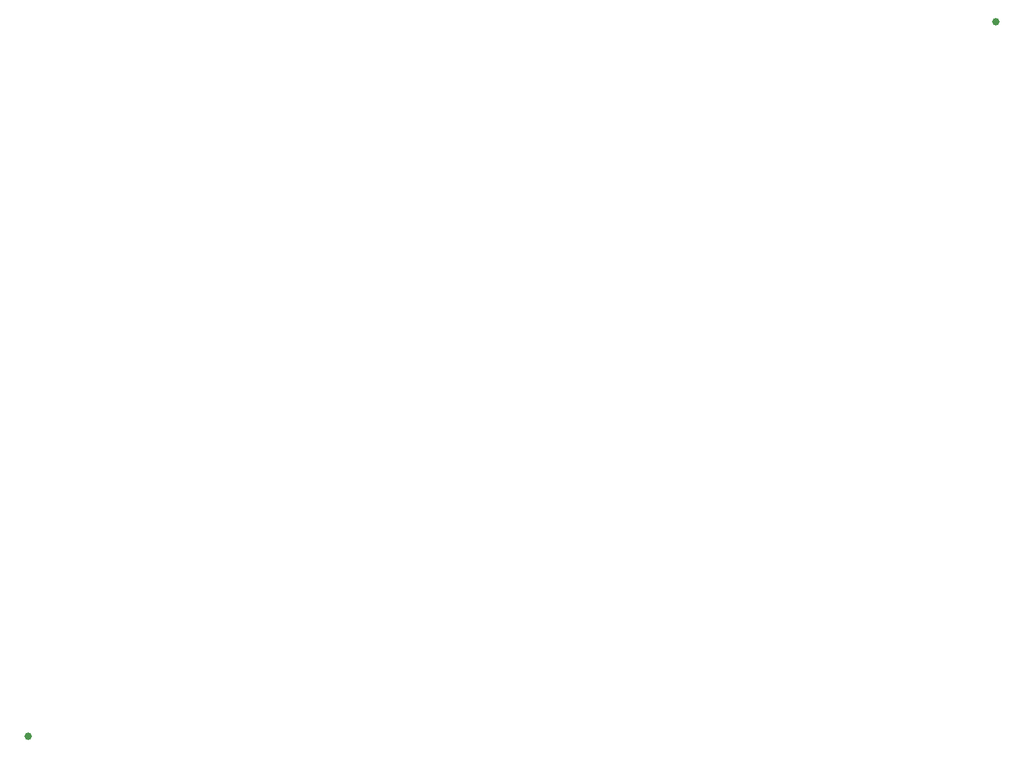
<source format=gbl>
G75*
%MOIN*%
%OFA0B0*%
%FSLAX25Y25*%
%IPPOS*%
%LPD*%
%AMOC8*
5,1,8,0,0,1.08239X$1,22.5*
%
%ADD10C,0.03937*%
D10*
X0018780Y0018819D03*
X0522717Y0391220D03*
M02*

</source>
